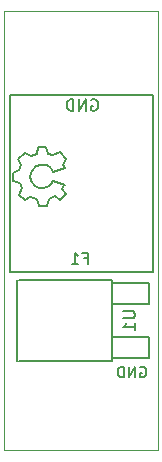
<source format=gbo>
G04 #@! TF.FileFunction,Legend,Bot*
%FSLAX46Y46*%
G04 Gerber Fmt 4.6, Leading zero omitted, Abs format (unit mm)*
G04 Created by KiCad (PCBNEW 0.201602271447+6593~42~ubuntu15.04.1-product) date Mon 29 Feb 2016 02:23:36 PM EST*
%MOMM*%
G01*
G04 APERTURE LIST*
%ADD10C,0.100000*%
%ADD11C,0.180000*%
%ADD12C,0.200000*%
%ADD13C,0.150000*%
G04 APERTURE END LIST*
D10*
D11*
X114085714Y-79350000D02*
X114171428Y-79307143D01*
X114299999Y-79307143D01*
X114428571Y-79350000D01*
X114514285Y-79435714D01*
X114557142Y-79521429D01*
X114599999Y-79692857D01*
X114599999Y-79821429D01*
X114557142Y-79992857D01*
X114514285Y-80078571D01*
X114428571Y-80164286D01*
X114299999Y-80207143D01*
X114214285Y-80207143D01*
X114085714Y-80164286D01*
X114042857Y-80121429D01*
X114042857Y-79821429D01*
X114214285Y-79821429D01*
X113657142Y-80207143D02*
X113657142Y-79307143D01*
X113142857Y-80207143D01*
X113142857Y-79307143D01*
X112714285Y-80207143D02*
X112714285Y-79307143D01*
X112500000Y-79307143D01*
X112371428Y-79350000D01*
X112285714Y-79435714D01*
X112242857Y-79521429D01*
X112200000Y-79692857D01*
X112200000Y-79821429D01*
X112242857Y-79992857D01*
X112285714Y-80078571D01*
X112371428Y-80164286D01*
X112500000Y-80207143D01*
X112714285Y-80207143D01*
D12*
X109961904Y-56700000D02*
X110057142Y-56652381D01*
X110199999Y-56652381D01*
X110342857Y-56700000D01*
X110438095Y-56795238D01*
X110485714Y-56890476D01*
X110533333Y-57080952D01*
X110533333Y-57223810D01*
X110485714Y-57414286D01*
X110438095Y-57509524D01*
X110342857Y-57604762D01*
X110199999Y-57652381D01*
X110104761Y-57652381D01*
X109961904Y-57604762D01*
X109914285Y-57557143D01*
X109914285Y-57223810D01*
X110104761Y-57223810D01*
X109485714Y-57652381D02*
X109485714Y-56652381D01*
X108914285Y-57652381D01*
X108914285Y-56652381D01*
X108438095Y-57652381D02*
X108438095Y-56652381D01*
X108200000Y-56652381D01*
X108057142Y-56700000D01*
X107961904Y-56795238D01*
X107914285Y-56890476D01*
X107866666Y-57080952D01*
X107866666Y-57223810D01*
X107914285Y-57414286D01*
X107961904Y-57509524D01*
X108057142Y-57604762D01*
X108200000Y-57652381D01*
X108438095Y-57652381D01*
D10*
X102600000Y-86400000D02*
X102600000Y-49200000D01*
X115600000Y-86400000D02*
X102600000Y-86400000D01*
X115600000Y-49200000D02*
X115600000Y-86400000D01*
X102600000Y-49200000D02*
X115600000Y-49200000D01*
D13*
X111676000Y-76797000D02*
X114851000Y-76797000D01*
X114851000Y-76797000D02*
X114851000Y-78575000D01*
X114851000Y-78575000D02*
X111676000Y-78575000D01*
X111676000Y-72225000D02*
X114851000Y-72225000D01*
X114851000Y-72225000D02*
X114851000Y-74003000D01*
X114851000Y-74003000D02*
X111676000Y-74003000D01*
X105580000Y-78829000D02*
X111676000Y-78829000D01*
X111676000Y-78829000D02*
X111676000Y-71971000D01*
X111676000Y-71971000D02*
X103802000Y-71971000D01*
X103675000Y-71971000D02*
X103675000Y-78829000D01*
X103802000Y-78829000D02*
X105580000Y-78829000D01*
X115180000Y-56320000D02*
X103090000Y-56320000D01*
X115180000Y-71320000D02*
X115180000Y-56320000D01*
X103090000Y-71320000D02*
X103090000Y-56320000D01*
X103090000Y-71320000D02*
X115180000Y-71320000D01*
X106729640Y-61419460D02*
X107290980Y-61160380D01*
X107290980Y-61160380D02*
X107809140Y-61698860D01*
X107809140Y-61698860D02*
X107539900Y-62219560D01*
X107539900Y-62219560D02*
X107699920Y-62498960D01*
X107679600Y-63939140D02*
X107489100Y-64269340D01*
X107489100Y-64269340D02*
X107819300Y-64708760D01*
X107819300Y-64708760D02*
X107329080Y-65181200D01*
X107329080Y-65181200D02*
X106849020Y-64899260D01*
X106849020Y-64899260D02*
X106379120Y-65089760D01*
X106379120Y-65089760D02*
X106191160Y-65699360D01*
X106191160Y-65699360D02*
X105510440Y-65699360D01*
X105510440Y-65699360D02*
X105370740Y-65140560D01*
X105370740Y-65140560D02*
X104799240Y-64939900D01*
X104799240Y-64939900D02*
X104329340Y-65209140D01*
X104329340Y-65209140D02*
X103818800Y-64739240D01*
X103818800Y-64739240D02*
X104080420Y-64221080D01*
X104080420Y-64221080D02*
X103879760Y-63751180D01*
X103879760Y-63751180D02*
X103338740Y-63581000D01*
X103338740Y-63581000D02*
X103320960Y-62890120D01*
X103320960Y-62890120D02*
X103869600Y-62679300D01*
X103869600Y-62679300D02*
X104039780Y-62260200D01*
X104039780Y-62260200D02*
X103770540Y-61709020D01*
X103770540Y-61709020D02*
X104298860Y-61190860D01*
X104298860Y-61190860D02*
X104839880Y-61439780D01*
X104839880Y-61439780D02*
X105319940Y-61269600D01*
X105319940Y-61269600D02*
X105419000Y-60720960D01*
X105419000Y-60720960D02*
X106120040Y-60710800D01*
X106120040Y-60710800D02*
X106320700Y-61269600D01*
X106320700Y-61269600D02*
X106719480Y-61409300D01*
X106699160Y-63550520D02*
X106549300Y-63850240D01*
X106549300Y-63850240D02*
X106351180Y-64050900D01*
X106351180Y-64050900D02*
X105949860Y-64200760D01*
X105949860Y-64200760D02*
X105551080Y-64200760D01*
X105551080Y-64200760D02*
X105200560Y-64050900D01*
X105200560Y-64050900D02*
X104850040Y-63598780D01*
X104850040Y-63598780D02*
X104799240Y-63149200D01*
X104799240Y-63149200D02*
X104900840Y-62750420D01*
X104900840Y-62750420D02*
X105248820Y-62349100D01*
X105248820Y-62349100D02*
X105700940Y-62199240D01*
X105700940Y-62199240D02*
X106198780Y-62250040D01*
X106198780Y-62250040D02*
X106501040Y-62498960D01*
X106501040Y-62498960D02*
X106699160Y-62849480D01*
X106699160Y-62849480D02*
X107699920Y-62498960D01*
X106699160Y-63550520D02*
X107699920Y-63949300D01*
X112652381Y-74638095D02*
X113461905Y-74638095D01*
X113557143Y-74685714D01*
X113604762Y-74733333D01*
X113652381Y-74828571D01*
X113652381Y-75019048D01*
X113604762Y-75114286D01*
X113557143Y-75161905D01*
X113461905Y-75209524D01*
X112652381Y-75209524D01*
X113652381Y-76209524D02*
X113652381Y-75638095D01*
X113652381Y-75923809D02*
X112652381Y-75923809D01*
X112795238Y-75828571D01*
X112890476Y-75733333D01*
X112938095Y-75638095D01*
X109333333Y-70128571D02*
X109666667Y-70128571D01*
X109666667Y-70652381D02*
X109666667Y-69652381D01*
X109190476Y-69652381D01*
X108285714Y-70652381D02*
X108857143Y-70652381D01*
X108571429Y-70652381D02*
X108571429Y-69652381D01*
X108666667Y-69795238D01*
X108761905Y-69890476D01*
X108857143Y-69938095D01*
M02*

</source>
